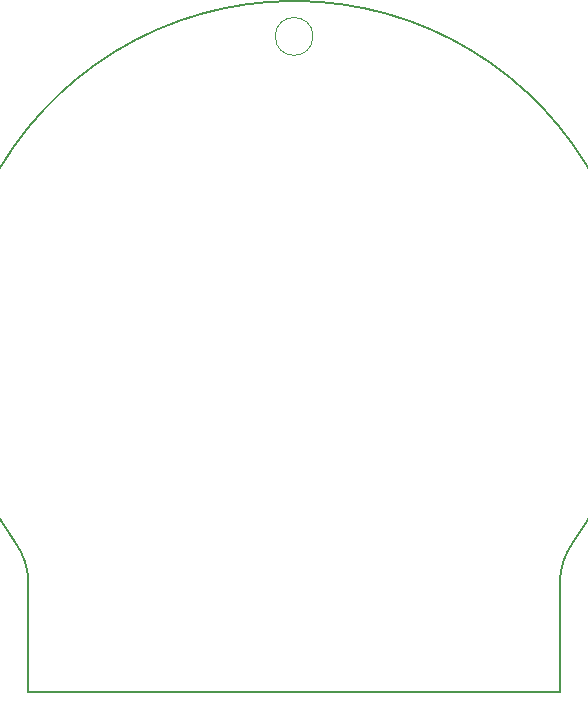
<source format=gbr>
%TF.GenerationSoftware,KiCad,Pcbnew,7.0.7*%
%TF.CreationDate,2024-03-07T18:56:00-05:00*%
%TF.ProjectId,ESP32Sensor-Sensor_board,45535033-3253-4656-9e73-6f722d53656e,rev?*%
%TF.SameCoordinates,Original*%
%TF.FileFunction,Profile,NP*%
%FSLAX46Y46*%
G04 Gerber Fmt 4.6, Leading zero omitted, Abs format (unit mm)*
G04 Created by KiCad (PCBNEW 7.0.7) date 2024-03-07 18:56:00*
%MOMM*%
%LPD*%
G01*
G04 APERTURE LIST*
%TA.AperFunction,Profile*%
%ADD10C,0.200000*%
%TD*%
%TA.AperFunction,Profile*%
%ADD11C,0.100000*%
%TD*%
G04 APERTURE END LIST*
D10*
X23614287Y-16833465D02*
G75*
G03*
X22500000Y-20316250I4885703J-3482785D01*
G01*
X22500000Y-29500000D02*
X22500000Y-20316250D01*
X-22500000Y-20316250D02*
X-22500000Y-29500000D01*
D11*
X1600000Y26000000D02*
G75*
G03*
X1600000Y26000000I-1600000J0D01*
G01*
D10*
X-22500000Y-29500000D02*
X22500000Y-29500000D01*
X23614286Y-16833464D02*
G75*
G03*
X-23614286Y-16833464I-23614286J16833464D01*
G01*
X-22500001Y-20316250D02*
G75*
G03*
X-23614287Y-16833464I-5999972J9D01*
G01*
M02*

</source>
